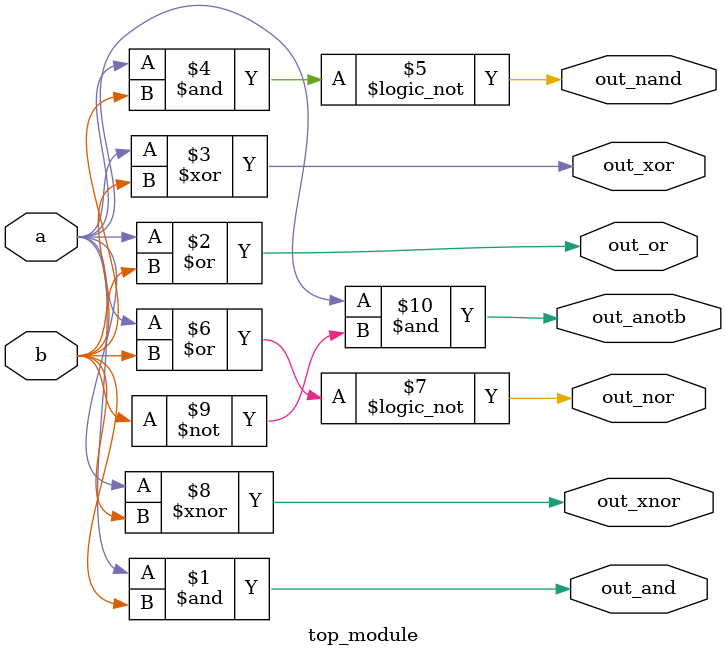
<source format=sv>
module top_module (
    input a,
    input b,
    output out_and,
    output out_or,
    output out_xor,
    output out_nand,
    output out_nor,
    output out_xnor,
    output out_anotb
);

assign out_and = a & b;
assign out_or = a | b;
assign out_xor = a ^ b;
assign out_nand = !(a & b);
assign out_nor = !(a | b);
assign out_xnor = a ~^ b;
assign out_anotb = a & ~b;

endmodule

</source>
